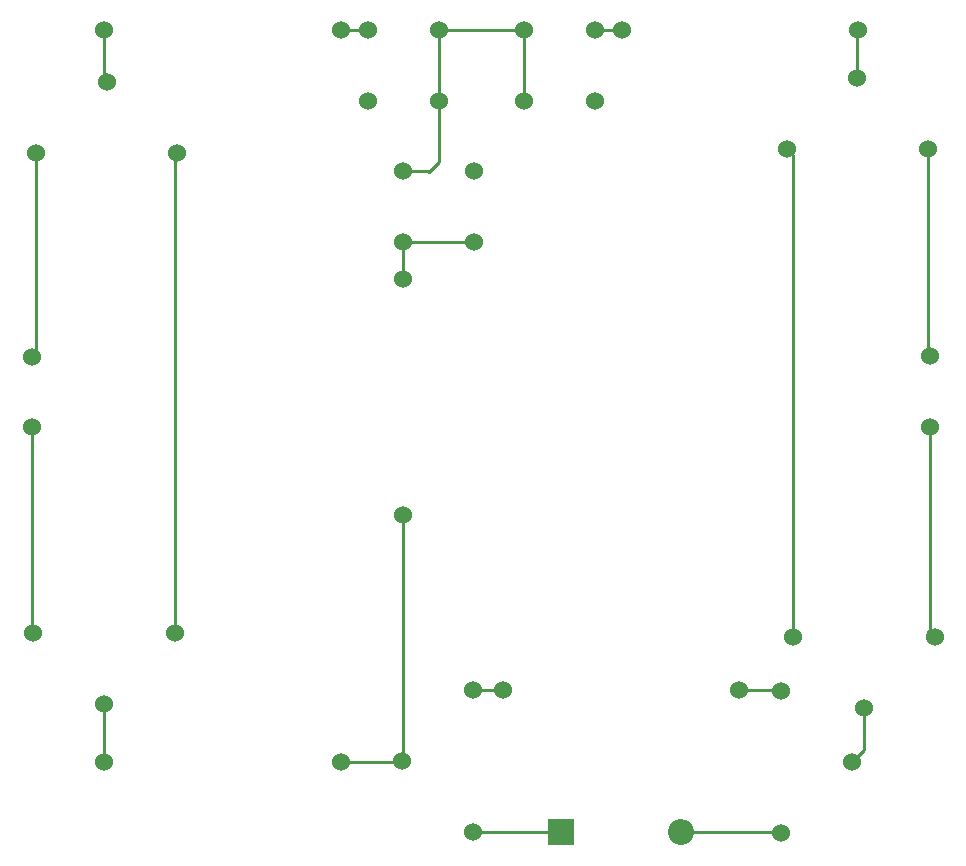
<source format=gbr>
%TF.GenerationSoftware,KiCad,Pcbnew,(6.0.7)*%
%TF.CreationDate,2022-09-05T15:03:49+08:00*%
%TF.ProjectId,6_1k,365f316b-2e6b-4696-9361-645f70636258,rev?*%
%TF.SameCoordinates,Original*%
%TF.FileFunction,Copper,L1,Top*%
%TF.FilePolarity,Positive*%
%FSLAX46Y46*%
G04 Gerber Fmt 4.6, Leading zero omitted, Abs format (unit mm)*
G04 Created by KiCad (PCBNEW (6.0.7)) date 2022-09-05 15:03:49*
%MOMM*%
%LPD*%
G01*
G04 APERTURE LIST*
%TA.AperFunction,ComponentPad*%
%ADD10C,1.524000*%
%TD*%
%TA.AperFunction,ComponentPad*%
%ADD11O,2.200000X2.200000*%
%TD*%
%TA.AperFunction,ComponentPad*%
%ADD12R,2.200000X2.200000*%
%TD*%
%TA.AperFunction,Conductor*%
%ADD13C,0.250000*%
%TD*%
G04 APERTURE END LIST*
D10*
%TO.P,E1,2,V-*%
%TO.N,Net-(E1-Pad2)*%
X24808400Y-52992800D03*
%TO.P,E1,1,V+*%
%TO.N,Net-(E1-Pad1)*%
X24808400Y-46992800D03*
%TD*%
%TO.P,P3,4,4*%
%TO.N,unconnected-(P3-Pad4)*%
X62228200Y-31267400D03*
%TO.P,P3,3,3*%
%TO.N,Net-(P1-Pad3)*%
X56228200Y-31267400D03*
%TO.P,P3,2,2*%
%TO.N,Net-(P3-Pad1)*%
X62228200Y-37267400D03*
%TO.P,P3,1,1*%
X56228200Y-37267400D03*
%TD*%
%TO.P,Rl2,3,NO*%
%TO.N,Net-(D1-Pad2)*%
X88254800Y-87308200D03*
%TO.P,Rl2,2,NC*%
%TO.N,Net-(Rl2-Pad2)*%
X88254800Y-75308200D03*
%TO.P,Rl2,1,Com*%
%TO.N,Net-(Rl6-Pad1)*%
X94254800Y-81308200D03*
%TD*%
%TO.P,E2,2,V-*%
%TO.N,Net-(E2-Pad2)*%
X100830600Y-52936400D03*
%TO.P,E2,1,V+*%
%TO.N,Net-(E2-Pad1)*%
X100830600Y-46936400D03*
%TD*%
%TO.P,R5,2*%
%TO.N,Net-(Rl2-Pad2)*%
X84665800Y-75184000D03*
%TO.P,R5,1*%
%TO.N,Net-(Rl1-Pad2)*%
X64665800Y-75184000D03*
%TD*%
%TO.P,P1,4,4*%
%TO.N,Net-(P1-Pad3)*%
X59276200Y-25329400D03*
%TO.P,P1,3,3*%
X59276200Y-19329400D03*
%TO.P,P1,2,2*%
%TO.N,unconnected-(P1-Pad2)*%
X53276200Y-25329400D03*
%TO.P,P1,1,1*%
%TO.N,Net-(P1-Pad1)*%
X53276200Y-19329400D03*
%TD*%
%TO.P,Rl5,3,NC*%
%TO.N,Net-(E2-Pad1)*%
X100689400Y-29413200D03*
%TO.P,Rl5,2,NO*%
%TO.N,Net-(Rl5-Pad2)*%
X88689400Y-29413200D03*
%TO.P,Rl5,1,Com*%
%TO.N,Net-(R2-Pad2)*%
X94689400Y-23413200D03*
%TD*%
%TO.P,R4,2*%
%TO.N,Net-(R3-Pad2)*%
X50937400Y-81280000D03*
%TO.P,R4,1*%
%TO.N,Net-(R4-Pad1)*%
X30937400Y-81280000D03*
%TD*%
%TO.P,Rl3,1,Com*%
%TO.N,Net-(R1-Pad1)*%
X31115000Y-23723600D03*
%TO.P,Rl3,2,NC*%
%TO.N,Net-(E1-Pad1)*%
X25115000Y-29723600D03*
%TO.P,Rl3,3,NO*%
%TO.N,Net-(Rl3-Pad3)*%
X37115000Y-29723600D03*
%TD*%
%TO.P,R1,2*%
%TO.N,Net-(P1-Pad1)*%
X50937400Y-19380200D03*
%TO.P,R1,1*%
%TO.N,Net-(R1-Pad1)*%
X30937400Y-19380200D03*
%TD*%
%TO.P,R2,2*%
%TO.N,Net-(R2-Pad2)*%
X94752400Y-19354800D03*
%TO.P,R2,1*%
%TO.N,Net-(P2-Pad1)*%
X74752400Y-19354800D03*
%TD*%
D11*
%TO.P,D1,2,A*%
%TO.N,Net-(D1-Pad2)*%
X79745800Y-87274400D03*
D12*
%TO.P,D1,1,K*%
%TO.N,Net-(Rl1-Pad3)*%
X69585800Y-87274400D03*
%TD*%
D10*
%TO.P,R3,2*%
%TO.N,Net-(R3-Pad2)*%
X56228200Y-60419000D03*
%TO.P,R3,1*%
%TO.N,Net-(P3-Pad1)*%
X56228200Y-40419000D03*
%TD*%
%TO.P,Rl1,3,NO*%
%TO.N,Net-(Rl1-Pad3)*%
X62126600Y-87229200D03*
%TO.P,Rl1,2,NC*%
%TO.N,Net-(Rl1-Pad2)*%
X62126600Y-75229200D03*
%TO.P,Rl1,1,Com*%
%TO.N,Net-(R3-Pad2)*%
X56126600Y-81229200D03*
%TD*%
%TO.P,P2,4,4*%
%TO.N,Net-(P1-Pad3)*%
X66436200Y-25352000D03*
%TO.P,P2,3,3*%
X66436200Y-19352000D03*
%TO.P,P2,2,2*%
%TO.N,unconnected-(P2-Pad2)*%
X72436200Y-25352000D03*
%TO.P,P2,1,1*%
%TO.N,Net-(P2-Pad1)*%
X72436200Y-19352000D03*
%TD*%
%TO.P,Rl6,3,NC*%
%TO.N,Net-(E2-Pad2)*%
X101222800Y-70733400D03*
%TO.P,Rl6,2,NO*%
%TO.N,Net-(Rl5-Pad2)*%
X89222800Y-70733400D03*
%TO.P,Rl6,1,Com*%
%TO.N,Net-(Rl6-Pad1)*%
X95222800Y-76733400D03*
%TD*%
%TO.P,Rl4,3,NO*%
%TO.N,Net-(Rl3-Pad3)*%
X36929800Y-70363600D03*
%TO.P,Rl4,2,NC*%
%TO.N,Net-(E1-Pad2)*%
X24929800Y-70363600D03*
%TO.P,Rl4,1,Com*%
%TO.N,Net-(R4-Pad1)*%
X30929800Y-76363600D03*
%TD*%
D13*
%TO.N,Net-(P2-Pad1)*%
X72439000Y-19354800D02*
X72436200Y-19352000D01*
X74752400Y-19354800D02*
X72439000Y-19354800D01*
%TO.N,Net-(E1-Pad1)*%
X25115000Y-46686200D02*
X24808400Y-46992800D01*
X25115000Y-29723600D02*
X25115000Y-46686200D01*
%TO.N,Net-(P3-Pad1)*%
X62228200Y-37267400D02*
X56228200Y-37267400D01*
X56228200Y-40419000D02*
X56228200Y-37267400D01*
%TO.N,Net-(R3-Pad2)*%
X56228200Y-60419000D02*
X56228200Y-81127600D01*
%TO.N,Net-(E2-Pad1)*%
X100689400Y-46795200D02*
X100830600Y-46936400D01*
X100689400Y-29413200D02*
X100689400Y-46795200D01*
%TO.N,Net-(R1-Pad1)*%
X30929800Y-19387800D02*
X30937400Y-19380200D01*
X30929800Y-23723600D02*
X30929800Y-19387800D01*
%TO.N,Net-(D1-Pad2)*%
X79745800Y-87274400D02*
X88221000Y-87274400D01*
%TO.N,Net-(Rl1-Pad3)*%
X69540600Y-87229200D02*
X69585800Y-87274400D01*
X62126600Y-87229200D02*
X69540600Y-87229200D01*
%TO.N,Net-(D1-Pad2)*%
X88221000Y-87274400D02*
X88254800Y-87308200D01*
%TO.N,Net-(E1-Pad2)*%
X24808400Y-52992800D02*
X24808400Y-70242200D01*
X24808400Y-70242200D02*
X24929800Y-70363600D01*
%TO.N,Net-(E2-Pad2)*%
X100830600Y-52936400D02*
X100830600Y-70341200D01*
X100830600Y-70341200D02*
X101222800Y-70733400D01*
X100689400Y-70200000D02*
X101222800Y-70733400D01*
%TO.N,Net-(P1-Pad1)*%
X50937400Y-19380200D02*
X53225400Y-19380200D01*
X53225400Y-19380200D02*
X53276200Y-19329400D01*
%TO.N,Net-(P1-Pad3)*%
X58412600Y-31343600D02*
X58336400Y-31267400D01*
X59276200Y-25329400D02*
X59276200Y-30480000D01*
X66413600Y-19329400D02*
X66436200Y-19352000D01*
X59276200Y-19329400D02*
X59276200Y-25329400D01*
X58336400Y-31267400D02*
X56228200Y-31267400D01*
X59276200Y-19329400D02*
X66413600Y-19329400D01*
X59276200Y-30480000D02*
X58412600Y-31343600D01*
X66436200Y-19352000D02*
X66436200Y-25352000D01*
%TO.N,Net-(R2-Pad2)*%
X94689400Y-23413200D02*
X94689400Y-19570200D01*
X94689400Y-19570200D02*
X94777800Y-19481800D01*
%TO.N,Net-(Rl1-Pad2)*%
X62126600Y-75229200D02*
X64620600Y-75229200D01*
X64620600Y-75229200D02*
X64665800Y-75184000D01*
%TO.N,Net-(Rl2-Pad2)*%
X88130600Y-75184000D02*
X88254800Y-75308200D01*
X84665800Y-75184000D02*
X88130600Y-75184000D01*
%TO.N,Net-(R4-Pad1)*%
X30929800Y-76363600D02*
X30929800Y-81272400D01*
X30929800Y-81272400D02*
X30937400Y-81280000D01*
%TO.N,Net-(Rl3-Pad3)*%
X36929800Y-29723600D02*
X36929800Y-70363600D01*
%TO.N,Net-(Rl6-Pad1)*%
X95222800Y-80295000D02*
X95222800Y-76733400D01*
X94254800Y-81308200D02*
X95242600Y-80320400D01*
X95242600Y-80314800D02*
X95222800Y-80295000D01*
X95242600Y-80320400D02*
X95242600Y-80314800D01*
%TO.N,Net-(Rl5-Pad2)*%
X89222800Y-29946600D02*
X88689400Y-29413200D01*
X89222800Y-70733400D02*
X89222800Y-29946600D01*
%TO.N,Net-(R3-Pad2)*%
X50937400Y-81280000D02*
X56075800Y-81280000D01*
%TD*%
M02*

</source>
